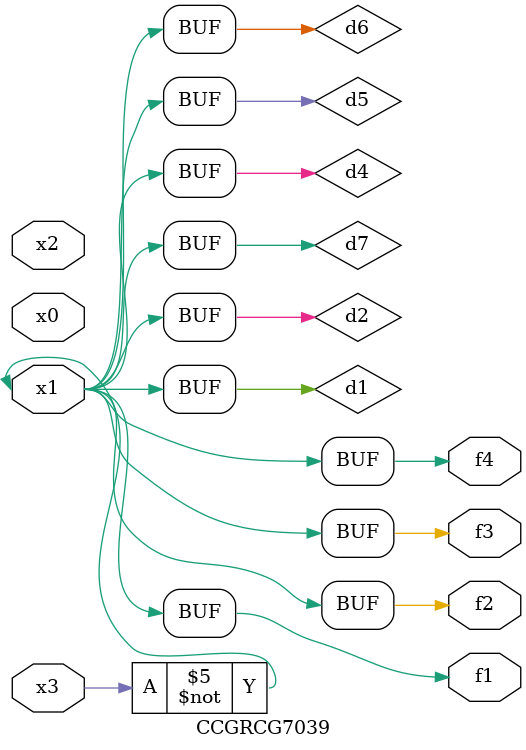
<source format=v>
module CCGRCG7039(
	input x0, x1, x2, x3,
	output f1, f2, f3, f4
);

	wire d1, d2, d3, d4, d5, d6, d7;

	not (d1, x3);
	buf (d2, x1);
	xnor (d3, d1, d2);
	nor (d4, d1);
	buf (d5, d1, d2);
	buf (d6, d4, d5);
	nand (d7, d4);
	assign f1 = d6;
	assign f2 = d7;
	assign f3 = d6;
	assign f4 = d6;
endmodule

</source>
